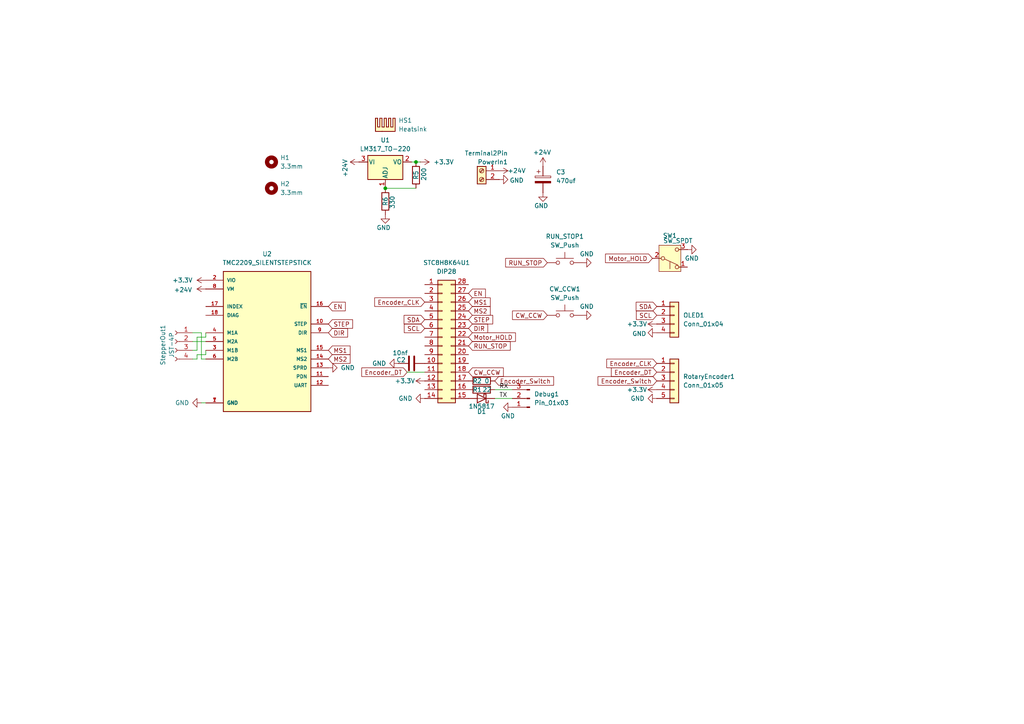
<source format=kicad_sch>
(kicad_sch (version 20231120) (generator "eeschema") (generator_version "8.0")
  (paper "A4")
  (lib_symbols
    (symbol "Connector:Conn_01x03_Pin" (pin_names (offset 1.016) hide)
      (property "Reference" "J" (at 0 5.08 0))
      (property "Value" "Conn_01x03_Pin" (at 0 -5.08 0))
      (symbol "Conn_01x03_Pin_1_1"
        (polyline (pts (xy 1.27 -2.54) (xy 0.8636 -2.54)) (stroke (width 0.1524)))
        (polyline (pts (xy 1.27 0) (xy 0.8636 0)) (stroke (width 0.1524)))
        (polyline (pts (xy 1.27 2.54) (xy 0.8636 2.54)) (stroke (width 0.1524)))
        (rectangle (start 0.8636 -2.413) (end 0 -2.667) (stroke (width 0.1524)) (fill (type outline)))
        (rectangle (start 0.8636 0.127) (end 0 -0.127) (stroke (width 0.1524)) (fill (type outline)))
        (rectangle (start 0.8636 2.667) (end 0 2.413) (stroke (width 0.1524)) (fill (type outline)))
        (pin passive line (at 5.08 2.54 180) (length 3.81) (name "Pin_1") (number "1"))
        (pin passive line (at 5.08 0 180) (length 3.81) (name "Pin_2") (number "2"))
        (pin passive line (at 5.08 -2.54 180) (length 3.81) (name "Pin_3") (number "3"))
      )
    )
    (symbol "Connector:Conn_01x04_Socket" (pin_names (offset 1.016) hide)
      (property "Reference" "J" (at 0 5.08 0))
      (property "Value" "Conn_01x04_Socket" (at 0 -7.62 0))
      (symbol "Conn_01x04_Socket_1_1"
        (arc (start 0 -4.572) (mid -0.5058 -5.08) (end 0 -5.588) (stroke (width 0.1524)))
        (arc (start 0 -2.032) (mid -0.5058 -2.54) (end 0 -3.048) (stroke (width 0.1524)))
        (polyline (pts (xy -1.27 -5.08) (xy -0.508 -5.08)) (stroke (width 0.1524)))
        (polyline (pts (xy -1.27 -2.54) (xy -0.508 -2.54)) (stroke (width 0.1524)))
        (polyline (pts (xy -1.27 0) (xy -0.508 0)) (stroke (width 0.1524)))
        (polyline (pts (xy -1.27 2.54) (xy -0.508 2.54)) (stroke (width 0.1524)))
        (arc (start 0 0.508) (mid -0.5058 0) (end 0 -0.508) (stroke (width 0.1524)))
        (arc (start 0 3.048) (mid -0.5058 2.54) (end 0 2.032) (stroke (width 0.1524)))
        (pin passive line (at -5.08 2.54 0) (length 3.81) (name "Pin_1") (number "1"))
        (pin passive line (at -5.08 0 0) (length 3.81) (name "Pin_2") (number "2"))
        (pin passive line (at -5.08 -2.54 0) (length 3.81) (name "Pin_3") (number "3"))
        (pin passive line (at -5.08 -5.08 0) (length 3.81) (name "Pin_4") (number "4"))
      )
    )
    (symbol "Connector:Screw_Terminal_01x02" (pin_names (offset 1.016) hide)
      (property "Reference" "J" (at 0 2.54 0))
      (property "Value" "Screw_Terminal_01x02" (at 0 -5.08 0))
      (symbol "Screw_Terminal_01x02_1_1"
        (rectangle (start -1.27 1.27) (end 1.27 -3.81) (stroke (width 0.254)) (fill (type background)))
        (circle (center 0 -2.54) (radius 0.635) (stroke (width 0.1524)))
        (polyline (pts (xy -0.5334 -2.2098) (xy 0.3302 -3.048)) (stroke (width 0.1524)))
        (polyline (pts (xy -0.5334 0.3302) (xy 0.3302 -0.508)) (stroke (width 0.1524)))
        (polyline (pts (xy -0.3556 -2.032) (xy 0.508 -2.8702)) (stroke (width 0.1524)))
        (polyline (pts (xy -0.3556 0.508) (xy 0.508 -0.3302)) (stroke (width 0.1524)))
        (circle (center 0 0) (radius 0.635) (stroke (width 0.1524)))
        (pin passive line (at -5.08 0 0) (length 3.81) (name "Pin_1") (number "1"))
        (pin passive line (at -5.08 -2.54 0) (length 3.81) (name "Pin_2") (number "2"))
      )
    )
    (symbol "Connector_Generic:Conn_01x04" (pin_names (offset 1.016) hide)
      (property "Reference" "J" (at 0 5.08 0))
      (property "Value" "Conn_01x04" (at 0 -7.62 0))
      (symbol "Conn_01x04_1_1"
        (rectangle (start -1.27 -4.953) (end 0 -5.207) (stroke (width 0.1524)))
        (rectangle (start -1.27 -2.413) (end 0 -2.667) (stroke (width 0.1524)))
        (rectangle (start -1.27 0.127) (end 0 -0.127) (stroke (width 0.1524)))
        (rectangle (start -1.27 2.667) (end 0 2.413) (stroke (width 0.1524)))
        (rectangle (start -1.27 3.81) (end 1.27 -6.35) (stroke (width 0.254)) (fill (type background)))
        (pin passive line (at -5.08 2.54 0) (length 3.81) (name "Pin_1") (number "1"))
        (pin passive line (at -5.08 0 0) (length 3.81) (name "Pin_2") (number "2"))
        (pin passive line (at -5.08 -2.54 0) (length 3.81) (name "Pin_3") (number "3"))
        (pin passive line (at -5.08 -5.08 0) (length 3.81) (name "Pin_4") (number "4"))
      )
    )
    (symbol "Connector_Generic:Conn_01x05" (pin_names (offset 1.016) hide)
      (property "Reference" "J" (at 0 7.62 0))
      (property "Value" "Conn_01x05" (at 0 -7.62 0))
      (symbol "Conn_01x05_1_1"
        (rectangle (start -1.27 -4.953) (end 0 -5.207) (stroke (width 0.1524)))
        (rectangle (start -1.27 -2.413) (end 0 -2.667) (stroke (width 0.1524)))
        (rectangle (start -1.27 0.127) (end 0 -0.127) (stroke (width 0.1524)))
        (rectangle (start -1.27 2.667) (end 0 2.413) (stroke (width 0.1524)))
        (rectangle (start -1.27 5.207) (end 0 4.953) (stroke (width 0.1524)))
        (rectangle (start -1.27 6.35) (end 1.27 -6.35) (stroke (width 0.254)) (fill (type background)))
        (pin passive line (at -5.08 5.08 0) (length 3.81) (name "Pin_1") (number "1"))
        (pin passive line (at -5.08 2.54 0) (length 3.81) (name "Pin_2") (number "2"))
        (pin passive line (at -5.08 0 0) (length 3.81) (name "Pin_3") (number "3"))
        (pin passive line (at -5.08 -2.54 0) (length 3.81) (name "Pin_4") (number "4"))
        (pin passive line (at -5.08 -5.08 0) (length 3.81) (name "Pin_5") (number "5"))
      )
    )
    (symbol "Connector_Generic:Conn_02x14_Counter_Clockwise" (pin_names (offset 1.016) hide)
      (property "Reference" "J" (at 1.27 17.78 0))
      (property "Value" "Conn_02x14_Counter_Clockwise" (at 1.27 -20.32 0))
      (symbol "Conn_02x14_Counter_Clockwise_1_1"
        (rectangle (start -1.27 -17.653) (end 0 -17.907) (stroke (width 0.1524)))
        (rectangle (start -1.27 -15.113) (end 0 -15.367) (stroke (width 0.1524)))
        (rectangle (start -1.27 -12.573) (end 0 -12.827) (stroke (width 0.1524)))
        (rectangle (start -1.27 -10.033) (end 0 -10.287) (stroke (width 0.1524)))
        (rectangle (start -1.27 -7.493) (end 0 -7.747) (stroke (width 0.1524)))
        (rectangle (start -1.27 -4.953) (end 0 -5.207) (stroke (width 0.1524)))
        (rectangle (start -1.27 -2.413) (end 0 -2.667) (stroke (width 0.1524)))
        (rectangle (start -1.27 0.127) (end 0 -0.127) (stroke (width 0.1524)))
        (rectangle (start -1.27 2.667) (end 0 2.413) (stroke (width 0.1524)))
        (rectangle (start -1.27 5.207) (end 0 4.953) (stroke (width 0.1524)))
        (rectangle (start -1.27 7.747) (end 0 7.493) (stroke (width 0.1524)))
        (rectangle (start -1.27 10.287) (end 0 10.033) (stroke (width 0.1524)))
        (rectangle (start -1.27 12.827) (end 0 12.573) (stroke (width 0.1524)))
        (rectangle (start -1.27 15.367) (end 0 15.113) (stroke (width 0.1524)))
        (rectangle (start -1.27 16.51) (end 3.81 -19.05) (stroke (width 0.254)) (fill (type background)))
        (rectangle (start 3.81 -17.653) (end 2.54 -17.907) (stroke (width 0.1524)))
        (rectangle (start 3.81 -15.113) (end 2.54 -15.367) (stroke (width 0.1524)))
        (rectangle (start 3.81 -12.573) (end 2.54 -12.827) (stroke (width 0.1524)))
        (rectangle (start 3.81 -10.033) (end 2.54 -10.287) (stroke (width 0.1524)))
        (rectangle (start 3.81 -7.493) (end 2.54 -7.747) (stroke (width 0.1524)))
        (rectangle (start 3.81 -4.953) (end 2.54 -5.207) (stroke (width 0.1524)))
        (rectangle (start 3.81 -2.413) (end 2.54 -2.667) (stroke (width 0.1524)))
        (rectangle (start 3.81 0.127) (end 2.54 -0.127) (stroke (width 0.1524)))
        (rectangle (start 3.81 2.667) (end 2.54 2.413) (stroke (width 0.1524)))
        (rectangle (start 3.81 5.207) (end 2.54 4.953) (stroke (width 0.1524)))
        (rectangle (start 3.81 7.747) (end 2.54 7.493) (stroke (width 0.1524)))
        (rectangle (start 3.81 10.287) (end 2.54 10.033) (stroke (width 0.1524)))
        (rectangle (start 3.81 12.827) (end 2.54 12.573) (stroke (width 0.1524)))
        (rectangle (start 3.81 15.367) (end 2.54 15.113) (stroke (width 0.1524)))
        (pin passive line (at -5.08 15.24 0) (length 3.81) (name "Pin_1") (number "1"))
        (pin passive line (at -5.08 -7.62 0) (length 3.81) (name "Pin_10") (number "10"))
        (pin passive line (at -5.08 -10.16 0) (length 3.81) (name "Pin_11") (number "11"))
        (pin passive line (at -5.08 -12.7 0) (length 3.81) (name "Pin_12") (number "12"))
        (pin passive line (at -5.08 -15.24 0) (length 3.81) (name "Pin_13") (number "13"))
        (pin passive line (at -5.08 -17.78 0) (length 3.81) (name "Pin_14") (number "14"))
        (pin passive line (at 7.62 -17.78 180) (length 3.81) (name "Pin_15") (number "15"))
        (pin passive line (at 7.62 -15.24 180) (length 3.81) (name "Pin_16") (number "16"))
        (pin passive line (at 7.62 -12.7 180) (length 3.81) (name "Pin_17") (number "17"))
        (pin passive line (at 7.62 -10.16 180) (length 3.81) (name "Pin_18") (number "18"))
        (pin passive line (at 7.62 -7.62 180) (length 3.81) (name "Pin_19") (number "19"))
        (pin passive line (at -5.08 12.7 0) (length 3.81) (name "Pin_2") (number "2"))
        (pin passive line (at 7.62 -5.08 180) (length 3.81) (name "Pin_20") (number "20"))
        (pin passive line (at 7.62 -2.54 180) (length 3.81) (name "Pin_21") (number "21"))
        (pin passive line (at 7.62 0 180) (length 3.81) (name "Pin_22") (number "22"))
        (pin passive line (at 7.62 2.54 180) (length 3.81) (name "Pin_23") (number "23"))
        (pin passive line (at 7.62 5.08 180) (length 3.81) (name "Pin_24") (number "24"))
        (pin passive line (at 7.62 7.62 180) (length 3.81) (name "Pin_25") (number "25"))
        (pin passive line (at 7.62 10.16 180) (length 3.81) (name "Pin_26") (number "26"))
        (pin passive line (at 7.62 12.7 180) (length 3.81) (name "Pin_27") (number "27"))
        (pin passive line (at 7.62 15.24 180) (length 3.81) (name "Pin_28") (number "28"))
        (pin passive line (at -5.08 10.16 0) (length 3.81) (name "Pin_3") (number "3"))
        (pin passive line (at -5.08 7.62 0) (length 3.81) (name "Pin_4") (number "4"))
        (pin passive line (at -5.08 5.08 0) (length 3.81) (name "Pin_5") (number "5"))
        (pin passive line (at -5.08 2.54 0) (length 3.81) (name "Pin_6") (number "6"))
        (pin passive line (at -5.08 0 0) (length 3.81) (name "Pin_7") (number "7"))
        (pin passive line (at -5.08 -2.54 0) (length 3.81) (name "Pin_8") (number "8"))
        (pin passive line (at -5.08 -5.08 0) (length 3.81) (name "Pin_9") (number "9"))
      )
    )
    (symbol "Device:C" (pin_numbers hide) (pin_names (offset 0.254))
      (property "Reference" "C" (at 0.635 2.54 0))
      (property "Value" "C" (at 0.635 -2.54 0))
      (symbol "C_0_1"
        (polyline (pts (xy -2.032 -0.762) (xy 2.032 -0.762)) (stroke (width 0.508)))
        (polyline (pts (xy -2.032 0.762) (xy 2.032 0.762)) (stroke (width 0.508)))
      )
      (symbol "C_1_1"
        (pin passive line (at 0 3.81 270) (length 2.794) (name "~") (number "1"))
        (pin passive line (at 0 -3.81 90) (length 2.794) (name "~") (number "2"))
      )
    )
    (symbol "Device:C_Polarized" (pin_numbers hide) (pin_names (offset 0.254))
      (property "Reference" "C" (at 0.635 2.54 0))
      (property "Value" "C_Polarized" (at 0.635 -2.54 0))
      (symbol "C_Polarized_0_1"
        (rectangle (start -2.286 0.508) (end 2.286 1.016))
        (polyline (pts (xy -1.778 2.286) (xy -0.762 2.286)))
        (polyline (pts (xy -1.27 2.794) (xy -1.27 1.778)))
        (rectangle (start 2.286 -0.508) (end -2.286 -1.016) (fill (type outline)))
      )
      (symbol "C_Polarized_1_1"
        (pin passive line (at 0 3.81 270) (length 2.794) (name "~") (number "1"))
        (pin passive line (at 0 -3.81 90) (length 2.794) (name "~") (number "2"))
      )
    )
    (symbol "Device:R" (pin_numbers hide) (pin_names (offset 0))
      (property "Reference" "R" (at 2.032 0 90))
      (property "Value" "R" (at 0 0 90))
      (symbol "R_0_1"
        (rectangle (start -1.016 -2.54) (end 1.016 2.54) (stroke (width 0.254)))
      )
      (symbol "R_1_1"
        (pin passive line (at 0 3.81 270) (length 1.27) (name "~") (number "1"))
        (pin passive line (at 0 -3.81 90) (length 1.27) (name "~") (number "2"))
      )
    )
    (symbol "Diode:1N5817" (pin_numbers hide) (pin_names (offset 1.016) hide)
      (property "Reference" "D" (at 0 2.54 0))
      (property "Value" "1N5817" (at 0 -2.54 0))
      (symbol "1N5817_0_1"
        (polyline (pts (xy 1.27 0) (xy -1.27 0)))
        (polyline (pts (xy 1.27 1.27) (xy 1.27 -1.27) (xy -1.27 0) (xy 1.27 1.27)) (stroke (width 0.254)))
        (polyline (pts (xy -1.905 0.635) (xy -1.905 1.27) (xy -1.27 1.27) (xy -1.27 -1.27) (xy -0.635 -1.27) (xy -0.635 -0.635)) (stroke (width 0.254)))
      )
      (symbol "1N5817_1_1"
        (pin passive line (at -3.81 0 0) (length 2.54) (name "K") (number "1"))
        (pin passive line (at 3.81 0 180) (length 2.54) (name "A") (number "2"))
      )
    )
    (symbol "Mechanical:Heatsink" (pin_names (offset 1.016)) (exclude_from_sim yes)
      (property "Reference" "HS" (at 0 5.08 0))
      (property "Value" "Heatsink" (at 0 -1.27 0))
      (symbol "Heatsink_0_1"
        (polyline (pts (xy -0.3302 1.27) (xy -0.9652 1.27) (xy -0.9652 3.81) (xy -1.6002 3.81) (xy -1.6002 1.27) (xy -2.2352 1.27) (xy -2.2352 3.81) (xy -2.8702 3.81) (xy -2.8702 0) (xy -0.9652 0)) (stroke (width 0.254)) (fill (type background)))
        (polyline (pts (xy -0.3302 1.27) (xy -0.3302 3.81) (xy 0.3048 3.81) (xy 0.3048 1.27) (xy 0.9398 1.27) (xy 0.9398 3.81) (xy 1.5748 3.81) (xy 1.5748 1.27) (xy 2.2098 1.27) (xy 2.2098 3.81) (xy 2.8448 3.81) (xy 2.8448 0) (xy -0.9652 0)) (stroke (width 0.254)) (fill (type background)))
      )
    )
    (symbol "Mechanical:MountingHole" (pin_names (offset 1.016)) (exclude_from_sim yes) (in_bom no)
      (property "Reference" "H" (at 0 5.08 0))
      (property "Value" "MountingHole" (at 0 3.175 0))
      (symbol "MountingHole_0_1"
        (circle (center 0 0) (radius 1.27) (stroke (width 1.27)))
      )
    )
    (symbol "Regulator_Linear:LM317_TO-220" (pin_names (offset 0.254))
      (property "Reference" "U" (at -3.81 3.175 0))
      (property "Value" "LM317_TO-220" (at 0 3.175 0))
      (symbol "LM317_TO-220_0_1"
        (rectangle (start -5.08 1.905) (end 5.08 -5.08) (stroke (width 0.254)) (fill (type background)))
      )
      (symbol "LM317_TO-220_1_1"
        (pin input line (at 0 -7.62 90) (length 2.54) (name "ADJ") (number "1"))
        (pin power_out line (at 7.62 0 180) (length 2.54) (name "VO") (number "2"))
        (pin power_in line (at -7.62 0 0) (length 2.54) (name "VI") (number "3"))
      )
    )
    (symbol "Switch:SW_Push" (pin_numbers hide) (pin_names (offset 1.016) hide)
      (property "Reference" "SW" (at 1.27 2.54 0))
      (property "Value" "SW_Push" (at 0 -1.524 0))
      (symbol "SW_Push_0_1"
        (circle (center -2.032 0) (radius 0.508))
        (polyline (pts (xy 0 1.27) (xy 0 3.048)))
        (polyline (pts (xy 2.54 1.27) (xy -2.54 1.27)))
        (circle (center 2.032 0) (radius 0.508))
        (pin passive line (at -5.08 0 0) (length 2.54) (name "1") (number "1"))
        (pin passive line (at 5.08 0 180) (length 2.54) (name "2") (number "2"))
      )
    )
    (symbol "Switch:SW_Push_SPDT" (pin_names (offset 0) hide)
      (property "Reference" "SW" (at 0 5.08 0))
      (property "Value" "SW_Push_SPDT" (at 0 -5.08 0))
      (symbol "SW_Push_SPDT_0_0"
        (circle (center -2.032 0) (radius 0.508))
        (polyline (pts (xy 0 1.016) (xy 0 3.048)))
        (circle (center 2.032 -2.54) (radius 0.508))
      )
      (symbol "SW_Push_SPDT_0_1"
        (polyline (pts (xy -1.524 0.2032) (xy 2.3368 1.9812)))
        (circle (center 2.032 2.54) (radius 0.508))
      )
      (symbol "SW_Push_SPDT_1_1"
        (rectangle (start -3.175 3.81) (end 3.175 -3.81) (fill (type background)))
        (pin passive line (at 5.08 2.54 180) (length 2.54) (name "A") (number "1"))
        (pin passive line (at -5.08 0 0) (length 2.54) (name "B") (number "2"))
        (pin passive line (at 5.08 -2.54 180) (length 2.54) (name "C") (number "3"))
      )
    )
    (symbol "TMC2209_SILENTSTEPSTICK:TMC2209_SILENTSTEPSTICK" (pin_names (offset 1.016))
      (property "Reference" "U" (at -12.7 22.86 0))
      (property "Value" "TMC2209_SILENTSTEPSTICK" (at -12.7 -22.86 0))
      (symbol "TMC2209_SILENTSTEPSTICK_0_0"
        (rectangle (start -12.7 -20.32) (end 12.7 20.32) (stroke (width 0.254)) (fill (type background)))
        (pin power_in line (at 17.78 -17.78 180) (length 5.08) (name "GND") (number "1"))
        (pin input line (at -17.78 5.08 0) (length 5.08) (name "STEP") (number "10"))
        (pin bidirectional line (at -17.78 -10.16 0) (length 5.08) (name "PDN") (number "11"))
        (pin bidirectional line (at -17.78 -12.7 0) (length 5.08) (name "UART") (number "12"))
        (pin input line (at -17.78 -7.62 0) (length 5.08) (name "SPRD") (number "13"))
        (pin input line (at -17.78 -5.08 0) (length 5.08) (name "MS2") (number "14"))
        (pin input line (at -17.78 -2.54 0) (length 5.08) (name "MS1") (number "15"))
        (pin input line (at -17.78 10.16 0) (length 5.08) (name "~{EN}") (number "16"))
        (pin output line (at 17.78 10.16 180) (length 5.08) (name "INDEX") (number "17"))
        (pin output line (at 17.78 7.62 180) (length 5.08) (name "DIAG") (number "18"))
        (pin power_in line (at 17.78 17.78 180) (length 5.08) (name "VIO") (number "2"))
        (pin output line (at 17.78 -2.54 180) (length 5.08) (name "M1B") (number "3"))
        (pin output line (at 17.78 2.54 180) (length 5.08) (name "M1A") (number "4"))
        (pin output line (at 17.78 0 180) (length 5.08) (name "M2A") (number "5"))
        (pin output line (at 17.78 -5.08 180) (length 5.08) (name "M2B") (number "6"))
        (pin power_in line (at 17.78 -17.78 180) (length 5.08) (name "GND") (number "7"))
        (pin power_in line (at 17.78 15.24 180) (length 5.08) (name "VM") (number "8"))
        (pin input line (at -17.78 2.54 0) (length 5.08) (name "DIR") (number "9"))
      )
    )
    (symbol "power:+24V" (power) (pin_numbers hide) (pin_names (offset 0) hide)
      (property "Value" "+24V" (at 0 3.556 0))
      (symbol "+24V_0_1"
        (polyline (pts (xy -0.762 1.27) (xy 0 2.54)))
        (polyline (pts (xy 0 0) (xy 0 2.54)))
        (polyline (pts (xy 0 2.54) (xy 0.762 1.27)))
      )
      (symbol "+24V_1_1"
        (pin power_in line (at 0 0 90) (length 0) (name "~") (number "1"))
      )
    )
    (symbol "power:+3.3V" (power) (pin_numbers hide) (pin_names (offset 0) hide)
      (property "Value" "+3.3V" (at 0 3.556 0))
      (symbol "+3.3V_0_1"
        (polyline (pts (xy -0.762 1.27) (xy 0 2.54)))
        (polyline (pts (xy 0 0) (xy 0 2.54)))
        (polyline (pts (xy 0 2.54) (xy 0.762 1.27)))
      )
      (symbol "+3.3V_1_1"
        (pin power_in line (at 0 0 90) (length 0) (name "~") (number "1"))
      )
    )
    (symbol "power:GND" (power) (pin_numbers hide) (pin_names (offset 0) hide)
      (property "Value" "GND" (at 0 -3.81 0))
      (symbol "GND_0_1"
        (polyline (pts (xy 0 0) (xy 0 -1.27) (xy 1.27 -1.27) (xy 0 -2.54) (xy -1.27 -1.27) (xy 0 -1.27)))
      )
      (symbol "GND_1_1"
        (pin power_in line (at 0 0 270) (length 0) (name "~") (number "1"))
      )
    )
  )
  (junction (at 120.65 46.99))
  (junction (at 111.76 54.61))
  (wire (pts (xy 57.15 101.6) (xy 55.88 101.6)))
  (wire (pts (xy 59.69 99.06) (xy 55.88 99.06)))
  (wire (pts (xy 118.11 107.95) (xy 123.19 107.95)))
  (wire (pts (xy 148.59 115.57) (xy 143.51 115.57)))
  (wire (pts (xy 59.69 97.79) (xy 57.15 97.79)))
  (wire (pts (xy 58.42 96.52) (xy 55.88 96.52)))
  (wire (pts (xy 111.76 54.61) (xy 120.65 54.61)))
  (wire (pts (xy 121.92 46.99) (xy 120.65 46.99)))
  (wire (pts (xy 58.42 116.84) (xy 59.69 116.84)))
  (wire (pts (xy 120.65 46.99) (xy 119.38 46.99)))
  (wire (pts (xy 59.69 102.87) (xy 57.15 102.87)))
  (wire (pts (xy 57.15 104.14) (xy 55.88 104.14)))
  (wire (pts (xy 57.15 97.79) (xy 57.15 101.6)))
  (wire (pts (xy 59.69 101.6) (xy 59.69 102.87)))
  (wire (pts (xy 59.69 96.52) (xy 59.69 97.79)))
  (wire (pts (xy 57.15 102.87) (xy 57.15 104.14)))
  (wire (pts (xy 59.69 104.14) (xy 58.42 104.14)))
  (wire (pts (xy 148.59 113.03) (xy 143.51 113.03)))
  (wire (pts (xy 58.42 104.14) (xy 58.42 96.52)))
  (label "TX" (at 144.78 115.57 0))
  (label "RX" (at 144.78 113.03 0))
  (global_label "SDA" (shape input) (at 190.5 88.9 180) (property "Intersheetrefs" "${INTERSHEET_REFS}" (effects (hide yes))))
  (global_label "SCL" (shape input) (at 190.5 91.44 180) (property "Intersheetrefs" "${INTERSHEET_REFS}" (effects (hide yes))))
  (global_label "Motor_HOLD" (shape input) (at 135.89 97.79 0) (property "Intersheetrefs" "${INTERSHEET_REFS}" (effects (hide yes))))
  (global_label "STEP" (shape input) (at 135.89 92.71 0) (property "Intersheetrefs" "${INTERSHEET_REFS}" (effects (hide yes))))
  (global_label "Encoder_CLK" (shape input) (at 123.19 87.63 180) (property "Intersheetrefs" "${INTERSHEET_REFS}" (effects (hide yes))))
  (global_label "Encoder_DT" (shape input) (at 118.11 107.95 180) (property "Intersheetrefs" "${INTERSHEET_REFS}" (effects (hide yes))))
  (global_label "SCL" (shape input) (at 123.19 95.25 180) (property "Intersheetrefs" "${INTERSHEET_REFS}" (effects (hide yes))))
  (global_label "DIR" (shape input) (at 135.89 95.25 0) (property "Intersheetrefs" "${INTERSHEET_REFS}" (effects (hide yes))))
  (global_label "CW_CCW" (shape input) (at 135.89 107.95 0) (property "Intersheetrefs" "${INTERSHEET_REFS}" (effects (hide yes))))
  (global_label "Encoder_CLK" (shape input) (at 190.5 105.41 180) (property "Intersheetrefs" "${INTERSHEET_REFS}" (effects (hide yes))))
  (global_label "MS2" (shape input) (at 95.25 104.14 0) (property "Intersheetrefs" "${INTERSHEET_REFS}" (effects (hide yes))))
  (global_label "CW_CCW" (shape input) (at 158.75 91.44 180) (property "Intersheetrefs" "${INTERSHEET_REFS}" (effects (hide yes))))
  (global_label "EN" (shape input) (at 95.25 88.9 0) (property "Intersheetrefs" "${INTERSHEET_REFS}" (effects (hide yes))))
  (global_label "Encoder_Switch" (shape input) (at 143.51 110.49 0) (property "Intersheetrefs" "${INTERSHEET_REFS}" (effects (hide yes))))
  (global_label "MS1" (shape input) (at 95.25 101.6 0) (property "Intersheetrefs" "${INTERSHEET_REFS}" (effects (hide yes))))
  (global_label "RUN_STOP" (shape input) (at 135.89 100.33 0) (property "Intersheetrefs" "${INTERSHEET_REFS}" (effects (hide yes))))
  (global_label "Encoder_DT" (shape input) (at 190.5 107.95 180) (property "Intersheetrefs" "${INTERSHEET_REFS}" (effects (hide yes))))
  (global_label "Motor_HOLD" (shape input) (at 189.23 74.93 180) (property "Intersheetrefs" "${INTERSHEET_REFS}" (effects (hide yes))))
  (global_label "MS2" (shape input) (at 135.89 90.17 0) (property "Intersheetrefs" "${INTERSHEET_REFS}" (effects (hide yes))))
  (global_label "SDA" (shape input) (at 123.19 92.71 180) (property "Intersheetrefs" "${INTERSHEET_REFS}" (effects (hide yes))))
  (global_label "RUN_STOP" (shape input) (at 158.75 76.2 180) (property "Intersheetrefs" "${INTERSHEET_REFS}" (effects (hide yes))))
  (global_label "EN" (shape input) (at 135.89 85.09 0) (property "Intersheetrefs" "${INTERSHEET_REFS}" (effects (hide yes))))
  (global_label "MS1" (shape input) (at 135.89 87.63 0) (property "Intersheetrefs" "${INTERSHEET_REFS}" (effects (hide yes))))
  (global_label "DIR" (shape input) (at 95.25 96.52 0) (property "Intersheetrefs" "${INTERSHEET_REFS}" (effects (hide yes))))
  (global_label "Encoder_Switch" (shape input) (at 190.5 110.49 180) (property "Intersheetrefs" "${INTERSHEET_REFS}" (effects (hide yes))))
  (global_label "STEP" (shape input) (at 95.25 93.98 0) (property "Intersheetrefs" "${INTERSHEET_REFS}" (effects (hide yes))))
  (symbol (lib_id "power:GND") (at 115.57 105.41 270) (mirror x) (unit 1)
    (property "Reference" "#PWR022" (effects (hide yes)))
    (property "Value" "GND" (at 109.982 105.41 90))
    (property "Description" "Power symbol creates a global label with name \"GND\" , ground" (effects (hide yes)))
  )
  (symbol (lib_id "Connector_Generic:Conn_01x05") (at 195.58 110.49 0) (unit 1)
    (property "Reference" "RotaryEncoder1" (at 198.12 109.2199 0) (effects (justify left)))
    (property "Value" "Conn_01x05" (at 198.12 111.7599 0) (effects (justify left)))
    (property "Footprint" "Connector_PinHeader_2.54mm:PinHeader_1x05_P2.54mm_Vertical" (effects (hide yes)))
    (property "Description" "Generic connector, single row, 01x05, script generated (kicad-library-utils/schlib/autogen/connector/)" (effects (hide yes)))
  )
  (symbol (lib_id "power:GND") (at 111.76 62.23 0) (mirror y) (unit 1)
    (property "Reference" "#PWR05" (effects (hide yes)))
    (property "Value" "GND" (at 111.252 66.04 0))
    (property "Description" "Power symbol creates a global label with name \"GND\" , ground" (effects (hide yes)))
  )
  (symbol (lib_id "power:GND") (at 168.91 91.44 90) (unit 1)
    (property "Reference" "#PWR011" (effects (hide yes)))
    (property "Value" "GND" (at 170.18 88.9 90))
    (property "Description" "Power symbol creates a global label with name \"GND\" , ground" (effects (hide yes)))
  )
  (symbol (lib_id "Connector:Screw_Terminal_01x02") (at 139.7 49.53 0) (mirror y) (unit 1)
    (property "Reference" "PowerIn1" (at 147.32 46.99 0) (effects (justify left)))
    (property "Value" "Terminal2Pin" (at 147.32 44.45 0) (effects (justify left)))
    (property "Footprint" "TerminalBlock:TerminalBlock_bornier-2_P5.08mm" (effects (hide yes)))
    (property "Description" "Generic screw terminal, single row, 01x02, script generated (kicad-library-utils/schlib/autogen/connector/)" (effects (hide yes)))
  )
  (symbol (lib_id "Mechanical:MountingHole") (at 78.74 54.61 0) (unit 1) (exclude_from_sim yes) (in_bom no)
    (property "Reference" "H2" (at 81.28 53.3399 0) (effects (justify left)))
    (property "Value" "3.3mm" (at 81.28 55.8799 0) (effects (justify left)))
    (property "Footprint" "MountingHole:MountingHole_3.2mm_M3" (effects (hide yes)))
    (property "Description" "Mounting Hole without connection" (effects (hide yes)))
  )
  (symbol (lib_id "Switch:SW_Push_SPDT") (at 194.31 74.93 0) (mirror x) (unit 1)
    (property "Reference" "SW1" (at 196.342 68.326 0) (effects (justify right)))
    (property "Value" "SW_SPDT" (at 200.914 69.85 0) (effects (justify right)))
    (property "Footprint" "Connector_PinHeader_2.54mm:PinHeader_1x03_P2.54mm_Vertical" (effects (hide yes)))
    (property "Description" "Momentary Switch, single pole double throw" (effects (hide yes)))
  )
  (symbol (lib_id "Mechanical:MountingHole") (at 78.74 46.99 0) (unit 1) (exclude_from_sim yes) (in_bom no)
    (property "Reference" "H1" (at 81.28 45.7199 0) (effects (justify left)))
    (property "Value" "3.3mm" (at 81.28 48.2599 0) (effects (justify left)))
    (property "Footprint" "MountingHole:MountingHole_3.2mm_M3" (effects (hide yes)))
    (property "Description" "Mounting Hole without connection" (effects (hide yes)))
  )
  (symbol (lib_id "power:+3.3V") (at 121.92 46.99 270) (unit 1)
    (property "Reference" "#PWR03" (effects (hide yes)))
    (property "Value" "+3.3V" (at 125.73 46.9899 90) (effects (justify left)))
    (property "Description" "Power symbol creates a global label with name \"+3.3V\"" (effects (hide yes)))
  )
  (symbol (lib_id "power:+3.3V") (at 59.69 81.28 90) (mirror x) (unit 1)
    (property "Reference" "#PWR04" (effects (hide yes)))
    (property "Value" "+3.3V" (at 55.88 81.2799 90) (effects (justify left)))
    (property "Description" "Power symbol creates a global label with name \"+3.3V\"" (effects (hide yes)))
  )
  (symbol (lib_id "Diode:1N5817") (at 139.7 115.57 180) (unit 1)
    (property "Reference" "D1" (at 139.7 119.38 0))
    (property "Value" "1N5817" (at 139.7 117.856 0))
    (property "Footprint" "Diode_THT:D_DO-41_SOD81_P7.62mm_Horizontal" (effects (hide yes)))
    (property "Datasheet" "http://www.vishay.com/docs/88525/1n5817.pdf" (effects (hide yes)))
    (property "Description" "20V 1A Schottky Barrier Rectifier Diode, DO-41" (effects (hide yes)))
  )
  (symbol (lib_id "power:+24V") (at 104.14 46.99 90) (mirror x) (unit 1)
    (property "Reference" "#PWR014" (effects (hide yes)))
    (property "Value" "+24V" (at 100.076 48.768 0))
    (property "Description" "Power symbol creates a global label with name \"+24V\"" (effects (hide yes)))
  )
  (symbol (lib_id "power:+3.3V") (at 123.19 110.49 90) (unit 1)
    (property "Reference" "#PWR020" (effects (hide yes)))
    (property "Value" "+3.3V" (at 120.396 110.49 90) (effects (justify left)))
    (property "Description" "Power symbol creates a global label with name \"+3.3V\"" (effects (hide yes)))
  )
  (symbol (lib_id "power:+24V") (at 59.69 83.82 90) (mirror x) (unit 1)
    (property "Reference" "#PWR013" (effects (hide yes)))
    (property "Value" "+24V" (at 53.086 84.074 90))
    (property "Description" "Power symbol creates a global label with name \"+24V\"" (effects (hide yes)))
  )
  (symbol (lib_id "Switch:SW_Push") (at 163.83 76.2 0) (mirror y) (unit 1)
    (property "Reference" "RUN_STOP1" (at 163.83 68.58 0))
    (property "Value" "SW_Push" (at 163.83 71.12 0))
    (property "Footprint" "Resistor_THT:R_Axial_DIN0207_L6.3mm_D2.5mm_P5.08mm_Vertical" (effects (hide yes)))
    (property "Description" "Push button switch, generic, two pins" (effects (hide yes)))
  )
  (symbol (lib_id "power:+3.3V") (at 190.5 113.03 90) (mirror x) (unit 1)
    (property "Reference" "#PWR019" (effects (hide yes)))
    (property "Value" "+3.3V" (at 187.706 113.03 90) (effects (justify left)))
    (property "Description" "Power symbol creates a global label with name \"+3.3V\"" (effects (hide yes)))
  )
  (symbol (lib_id "Connector_Generic:Conn_01x04") (at 195.58 91.44 0) (unit 1)
    (property "Reference" "OLED1" (at 198.12 91.4399 0) (effects (justify left)))
    (property "Value" "Conn_01x04" (at 198.12 93.9799 0) (effects (justify left)))
    (property "Footprint" "Connector_PinHeader_2.54mm:PinHeader_1x04_P2.54mm_Vertical" (effects (hide yes)))
    (property "Description" "Generic connector, single row, 01x04, script generated (kicad-library-utils/schlib/autogen/connector/)" (effects (hide yes)))
  )
  (symbol (lib_id "Connector:Conn_01x04_Socket") (at 50.8 99.06 0) (mirror y) (unit 1)
    (property "Reference" "StepperOut1" (at 47.244 100.076 90))
    (property "Value" "JST-4P" (at 49.784 100.076 90))
    (property "Footprint" "Connector_JST:JST_EH_B4B-EH-A_1x04_P2.50mm_Vertical" (effects (hide yes)))
    (property "Description" "Generic connector, single row, 01x04, script generated" (effects (hide yes)))
  )
  (symbol (lib_id "Connector:Conn_01x03_Pin") (at 153.67 115.57 180) (unit 1)
    (property "Reference" "Debug1" (at 154.94 114.2999 0) (effects (justify right)))
    (property "Value" "Pin_01x03" (at 154.94 116.8399 0) (effects (justify right)))
    (property "Footprint" "Connector_PinHeader_2.54mm:PinHeader_1x03_P2.54mm_Vertical" (effects (hide yes)))
    (property "Description" "Generic connector, single row, 01x03, script generated" (effects (hide yes)))
  )
  (symbol (lib_id "power:GND") (at 144.78 52.07 90) (mirror x) (unit 1)
    (property "Reference" "#PWR02" (effects (hide yes)))
    (property "Value" "GND" (at 149.86 52.324 90))
    (property "Description" "Power symbol creates a global label with name \"GND\" , ground" (effects (hide yes)))
  )
  (symbol (lib_id "power:GND") (at 199.39 72.39 90) (mirror x) (unit 1)
    (property "Reference" "#PWR09" (effects (hide yes)))
    (property "Value" "GND" (at 200.66 74.93 90))
    (property "Description" "Power symbol creates a global label with name \"GND\" , ground" (effects (hide yes)))
  )
  (symbol (lib_id "power:GND") (at 123.19 115.57 270) (mirror x) (unit 1)
    (property "Reference" "#PWR021" (effects (hide yes)))
    (property "Value" "GND" (at 117.602 115.57 90))
    (property "Description" "Power symbol creates a global label with name \"GND\" , ground" (effects (hide yes)))
  )
  (symbol (lib_id "power:GND") (at 58.42 116.84 270) (unit 1)
    (property "Reference" "#PWR012" (effects (hide yes)))
    (property "Value" "GND" (at 52.832 116.84 90))
    (property "Description" "Power symbol creates a global label with name \"GND\" , ground" (effects (hide yes)))
  )
  (symbol (lib_id "Device:R") (at 139.7 113.03 90) (unit 1)
    (property "Reference" "R1" (at 138.43 113.03 90))
    (property "Value" "22" (at 141.224 113.03 90))
    (property "Footprint" "Resistor_THT:R_Axial_DIN0207_L6.3mm_D2.5mm_P7.62mm_Horizontal" (effects (hide yes)))
    (property "Description" "Resistor" (effects (hide yes)))
  )
  (symbol (lib_id "Device:R") (at 120.65 50.8 180) (unit 1)
    (property "Reference" "R5" (at 120.65 50.8 90))
    (property "Value" "200" (at 122.936 50.546 90))
    (property "Footprint" "Resistor_THT:R_Axial_DIN0207_L6.3mm_D2.5mm_P7.62mm_Horizontal" (effects (hide yes)))
    (property "Description" "Resistor" (effects (hide yes)))
  )
  (symbol (lib_id "Switch:SW_Push") (at 163.83 91.44 0) (mirror y) (unit 1)
    (property "Reference" "CW_CCW1" (at 163.83 83.82 0))
    (property "Value" "SW_Push" (at 163.83 86.36 0))
    (property "Footprint" "Resistor_THT:R_Axial_DIN0207_L6.3mm_D2.5mm_P5.08mm_Vertical" (effects (hide yes)))
    (property "Description" "Push button switch, generic, two pins" (effects (hide yes)))
  )
  (symbol (lib_id "power:GND") (at 148.59 118.11 270) (unit 1)
    (property "Reference" "#PWR06" (effects (hide yes)))
    (property "Value" "GND" (at 147.32 120.65 90))
    (property "Description" "Power symbol creates a global label with name \"GND\" , ground" (effects (hide yes)))
  )
  (symbol (lib_id "Mechanical:Heatsink") (at 111.76 38.1 0) (unit 1) (exclude_from_sim yes)
    (property "Reference" "HS1" (at 115.57 34.9249 0) (effects (justify left)))
    (property "Value" "Heatsink" (at 115.57 37.4649 0) (effects (justify left)))
    (property "Footprint" "Heatsink:Heatsink_Stonecold_HS-S01_13.21x6.35mm" (effects (hide yes)))
    (property "Description" "Heatsink" (effects (hide yes)))
  )
  (symbol (lib_id "power:+24V") (at 144.78 49.53 270) (mirror x) (unit 1)
    (property "Reference" "#PWR01" (effects (hide yes)))
    (property "Value" "+24V" (at 149.86 49.53 90))
    (property "Description" "Power symbol creates a global label with name \"+24V\"" (effects (hide yes)))
  )
  (symbol (lib_id "power:GND") (at 157.48 55.88 0) (mirror y) (unit 1)
    (property "Reference" "#PWR025" (effects (hide yes)))
    (property "Value" "GND" (at 156.972 59.69 0))
    (property "Description" "Power symbol creates a global label with name \"GND\" , ground" (effects (hide yes)))
  )
  (symbol (lib_id "Connector_Generic:Conn_02x14_Counter_Clockwise") (at 128.27 97.79 0) (unit 1)
    (property "Reference" "STC8H8K64U1" (at 129.54 76.2 0))
    (property "Value" "DIP28" (at 129.54 78.74 0))
    (property "Footprint" "Package_DIP:DIP-28_W7.62mm_Socket_LongPads" (effects (hide yes)))
    (property "Description" "Generic connector, double row, 02x14, counter clockwise pin numbering scheme (similar to DIP package numbering), script generated (kicad-library-utils/schlib/autogen/connector/)" (effects (hide yes)))
  )
  (symbol (lib_id "Device:R") (at 139.7 110.49 90) (unit 1)
    (property "Reference" "R2" (at 138.43 110.49 90))
    (property "Value" "0" (at 141.224 110.49 90))
    (property "Footprint" "Resistor_THT:R_Axial_DIN0207_L6.3mm_D2.5mm_P7.62mm_Horizontal" (effects (hide yes)))
    (property "Description" "Resistor" (effects (hide yes)))
  )
  (symbol (lib_id "Device:C_Polarized") (at 157.48 52.07 0) (unit 1)
    (property "Reference" "C3" (at 161.29 49.9109 0) (effects (justify left)))
    (property "Value" "470uf" (at 161.29 52.4509 0) (effects (justify left)))
    (property "Footprint" "Capacitor_THT:CP_Radial_D8.0mm_P3.50mm" (effects (hide yes)))
    (property "Description" "Polarized capacitor" (effects (hide yes)))
  )
  (symbol (lib_id "power:GND") (at 168.91 76.2 90) (unit 1)
    (property "Reference" "#PWR010" (effects (hide yes)))
    (property "Value" "GND" (at 170.18 73.66 90))
    (property "Description" "Power symbol creates a global label with name \"GND\" , ground" (effects (hide yes)))
  )
  (symbol (lib_id "power:+3.3V") (at 190.5 93.98 90) (mirror x) (unit 1)
    (property "Reference" "#PWR018" (effects (hide yes)))
    (property "Value" "+3.3V" (at 187.706 93.98 90) (effects (justify left)))
    (property "Description" "Power symbol creates a global label with name \"+3.3V\"" (effects (hide yes)))
  )
  (symbol (lib_id "Device:C") (at 119.38 105.41 90) (unit 1)
    (property "Reference" "C2" (at 116.332 104.394 90))
    (property "Value" "10nf" (at 116.078 102.362 90))
    (property "Footprint" "Resistor_THT:R_Axial_DIN0207_L6.3mm_D2.5mm_P7.62mm_Horizontal" (effects (hide yes)))
    (property "Description" "Unpolarized capacitor" (effects (hide yes)))
  )
  (symbol (lib_id "power:GND") (at 190.5 115.57 270) (unit 1)
    (property "Reference" "#PWR07" (effects (hide yes)))
    (property "Value" "GND" (at 184.912 115.57 90))
    (property "Description" "Power symbol creates a global label with name \"GND\" , ground" (effects (hide yes)))
  )
  (symbol (lib_id "power:GND") (at 190.5 96.52 270) (unit 1)
    (property "Reference" "#PWR08" (effects (hide yes)))
    (property "Value" "GND" (at 185.42 96.774 90))
    (property "Description" "Power symbol creates a global label with name \"GND\" , ground" (effects (hide yes)))
  )
  (symbol (lib_id "power:GND") (at 95.25 106.68 90) (mirror x) (unit 1)
    (property "Reference" "#PWR026" (effects (hide yes)))
    (property "Value" "GND" (at 100.838 106.68 90))
    (property "Description" "Power symbol creates a global label with name \"GND\" , ground" (effects (hide yes)))
  )
  (symbol (lib_id "power:+24V") (at 157.48 48.26 0) (mirror y) (unit 1)
    (property "Reference" "#PWR023" (effects (hide yes)))
    (property "Value" "+24V" (at 157.226 44.196 0))
    (property "Description" "Power symbol creates a global label with name \"+24V\"" (effects (hide yes)))
  )
  (symbol (lib_id "Regulator_Linear:LM317_TO-220") (at 111.76 46.99 0) (unit 1)
    (property "Reference" "U1" (at 111.76 40.64 0))
    (property "Value" "LM317_TO-220" (at 111.76 43.18 0))
    (property "Footprint" "Package_TO_SOT_THT:TO-220-3_Vertical" (effects (hide yes)))
    (property "Datasheet" "http://www.ti.com/lit/ds/symlink/lm317.pdf" (effects (hide yes)))
    (property "Description" "1.5A 35V Adjustable Linear Regulator, TO-220" (effects (hide yes)))
  )
  (symbol (lib_id "TMC2209_SILENTSTEPSTICK:TMC2209_SILENTSTEPSTICK") (at 77.47 99.06 0) (mirror y) (unit 1)
    (property "Reference" "U2" (at 77.47 73.66 0))
    (property "Value" "TMC2209_SILENTSTEPSTICK" (at 77.47 76.2 0))
    (property "Footprint" "TMC:MODULE_TMC2209_SILENTSTEPSTICK" (effects (hide yes)))
    (property "MF" "Trinamic Motion Control GmbH" (effects (hide yes)))
    (property "Description_1" "\n                        \n                            TMC2209 Motor Controller/Driver Power Management Evaluation Board\n                        \n" (effects (hide yes)))
    (property "Package" "None" (effects (hide yes)))
    (property "Price" "None" (effects (hide yes)))
    (property "Check_prices" "https://www.snapeda.com/parts/TMC2209%20SILENTSTEPSTICK/Trinamic+Motion+Control+GmbH/view-part/?ref=eda" (effects (hide yes)))
    (property "STANDARD" "Manufacturer Recommendations" (effects (hide yes)))
    (property "PARTREV" "1.20" (effects (hide yes)))
    (property "SnapEDA_Link" "https://www.snapeda.com/parts/TMC2209%20SILENTSTEPSTICK/Trinamic+Motion+Control+GmbH/view-part/?ref=snap" (effects (hide yes)))
    (property "MP" "TMC2209 SILENTSTEPSTICK" (effects (hide yes)))
    (property "MANUFACTURER" "Trinamic Motion Control GmbH" (effects (hide yes)))
    (property "Availability" "In Stock" (effects (hide yes)))
    (property "SNAPEDA_PN" "TMC2209 SILENTSTEPSTICK" (effects (hide yes)))
  )
  (symbol (lib_id "Device:R") (at 111.76 58.42 0) (unit 1)
    (property "Reference" "R6" (at 111.76 58.42 90))
    (property "Value" "330" (at 113.792 58.674 90))
    (property "Footprint" "Resistor_THT:R_Axial_DIN0207_L6.3mm_D2.5mm_P7.62mm_Horizontal" (effects (hide yes)))
    (property "Description" "Resistor" (effects (hide yes)))
  )
)
</source>
